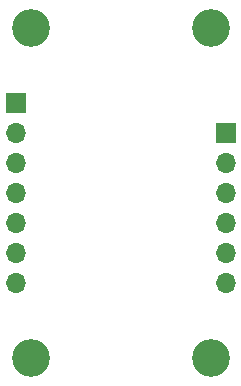
<source format=gbs>
%TF.GenerationSoftware,KiCad,Pcbnew,(6.0.4)*%
%TF.CreationDate,2022-04-27T14:48:19-04:00*%
%TF.ProjectId,bhi160_breakout,62686931-3630-45f6-9272-65616b6f7574,rev?*%
%TF.SameCoordinates,Original*%
%TF.FileFunction,Soldermask,Bot*%
%TF.FilePolarity,Negative*%
%FSLAX46Y46*%
G04 Gerber Fmt 4.6, Leading zero omitted, Abs format (unit mm)*
G04 Created by KiCad (PCBNEW (6.0.4)) date 2022-04-27 14:48:19*
%MOMM*%
%LPD*%
G01*
G04 APERTURE LIST*
%ADD10O,1.700000X1.700000*%
%ADD11R,1.700000X1.700000*%
%ADD12C,3.200000*%
G04 APERTURE END LIST*
D10*
%TO.C,J6*%
X179070000Y-119380000D03*
X179070000Y-116840000D03*
X179070000Y-114300000D03*
X179070000Y-111760000D03*
X179070000Y-109220000D03*
D11*
X179070000Y-106680000D03*
%TD*%
D12*
%TO.C,H3*%
X177800000Y-125730000D03*
%TD*%
D10*
%TO.C,J5*%
X161290000Y-119375000D03*
X161290000Y-116835000D03*
X161290000Y-114295000D03*
X161290000Y-111755000D03*
X161290000Y-109215000D03*
X161290000Y-106675000D03*
D11*
X161290000Y-104135000D03*
%TD*%
D12*
%TO.C,H2*%
X162560000Y-97790000D03*
%TD*%
%TO.C,H4*%
X177800000Y-97790000D03*
%TD*%
%TO.C,H1*%
X162560000Y-125730000D03*
%TD*%
M02*

</source>
